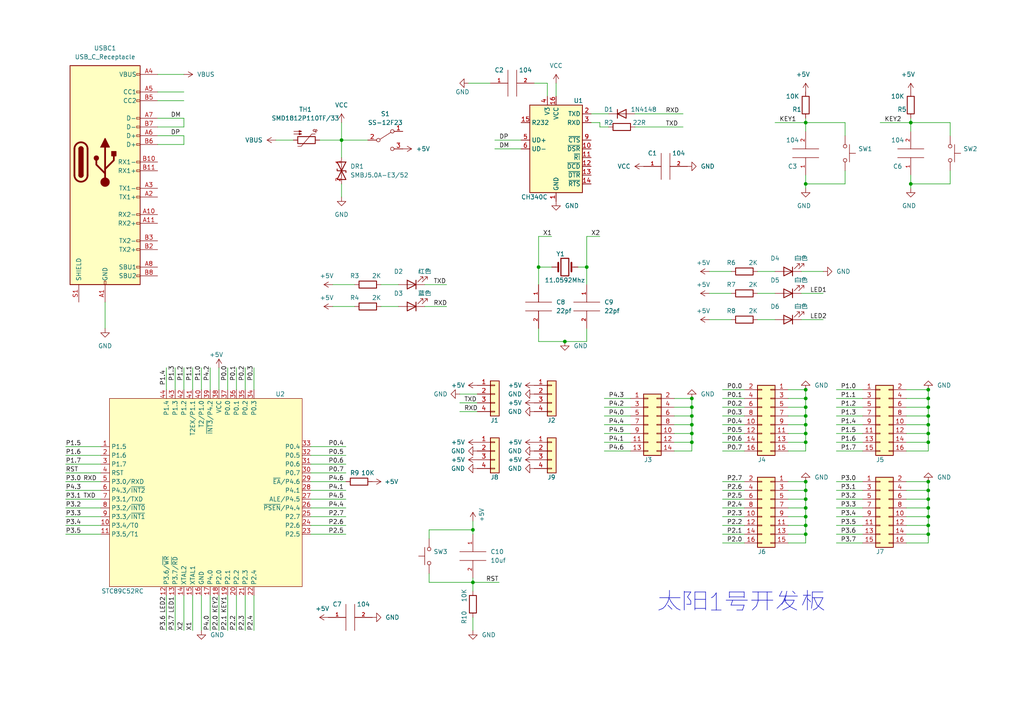
<source format=kicad_sch>
(kicad_sch (version 20211123) (generator eeschema)
  (paper "A4")
  (lib_symbols
    (symbol "Connector:USB_C_Receptacle" (pin_names (offset 1.016))
      (property "Reference" "J" (at -10.16 29.21 0))
      (property "Value" "USB_C_Receptacle" (at 10.16 29.21 0))
      (symbol "USB_C_Receptacle_1_1"
        (pin passive line (at 0 -40.64 90) (length 5.08) (name "GND") (number "A1"))
        (pin bidirectional line (at 15.24 -15.24 180) (length 5.08) (name "RX2-") (number "A10"))
        (pin bidirectional line (at 15.24 -17.78 180) (length 5.08) (name "RX2+") (number "A11"))
        (pin passive line (at 0 -40.64 90) (length 5.08) hide (name "GND") (number "A12"))
        (pin bidirectional line (at 15.24 -10.16 180) (length 5.08) (name "TX1+") (number "A2"))
        (pin bidirectional line (at 15.24 -7.62 180) (length 5.08) (name "TX1-") (number "A3"))
        (pin passive line (at 15.24 25.4 180) (length 5.08) (name "VBUS") (number "A4"))
        (pin bidirectional line (at 15.24 20.32 180) (length 5.08) (name "CC1") (number "A5"))
        (pin bidirectional line (at 15.24 7.62 180) (length 5.08) (name "D+") (number "A6"))
        (pin bidirectional line (at 15.24 12.7 180) (length 5.08) (name "D-") (number "A7"))
        (pin bidirectional line (at 15.24 -30.48 180) (length 5.08) (name "SBU1") (number "A8"))
        (pin passive line (at 15.24 25.4 180) (length 5.08) hide (name "VBUS") (number "A9"))
        (pin passive line (at 0 -40.64 90) (length 5.08) hide (name "GND") (number "B1"))
        (pin bidirectional line (at 15.24 0 180) (length 5.08) (name "RX1-") (number "B10"))
        (pin bidirectional line (at 15.24 -2.54 180) (length 5.08) (name "RX1+") (number "B11"))
        (pin passive line (at 0 -40.64 90) (length 5.08) hide (name "GND") (number "B12"))
        (pin bidirectional line (at 15.24 -25.4 180) (length 5.08) (name "TX2+") (number "B2"))
        (pin bidirectional line (at 15.24 -22.86 180) (length 5.08) (name "TX2-") (number "B3"))
        (pin passive line (at 15.24 25.4 180) (length 5.08) hide (name "VBUS") (number "B4"))
        (pin bidirectional line (at 15.24 17.78 180) (length 5.08) (name "CC2") (number "B5"))
        (pin bidirectional line (at 15.24 5.08 180) (length 5.08) (name "D+") (number "B6"))
        (pin bidirectional line (at 15.24 10.16 180) (length 5.08) (name "D-") (number "B7"))
        (pin bidirectional line (at 15.24 -33.02 180) (length 5.08) (name "SBU2") (number "B8"))
        (pin passive line (at 15.24 25.4 180) (length 5.08) hide (name "VBUS") (number "B9"))
        (pin passive line (at -7.62 -40.64 90) (length 5.08) (name "SHIELD") (number "S1"))
      )
    )
    (symbol "Connector_Generic:Conn_01x04" (pin_names (offset 1.016) hide)
      (property "Reference" "J" (at 0 5.08 0))
      (property "Value" "Conn_01x04" (at 0 -7.62 0))
      (symbol "Conn_01x04_1_1"
        (pin passive line (at -5.08 2.54 0) (length 3.81) (name "Pin_1") (number "1"))
        (pin passive line (at -5.08 0 0) (length 3.81) (name "Pin_2") (number "2"))
        (pin passive line (at -5.08 -2.54 0) (length 3.81) (name "Pin_3") (number "3"))
        (pin passive line (at -5.08 -5.08 0) (length 3.81) (name "Pin_4") (number "4"))
      )
    )
    (symbol "Connector_Generic:Conn_02x07_Odd_Even" (pin_names (offset 1.016) hide)
      (property "Reference" "J" (at 1.27 10.16 0))
      (property "Value" "Conn_02x07_Odd_Even" (at 1.27 -10.16 0))
      (symbol "Conn_02x07_Odd_Even_1_1"
        (pin passive line (at -5.08 7.62 0) (length 3.81) (name "Pin_1") (number "1"))
        (pin passive line (at 7.62 -2.54 180) (length 3.81) (name "Pin_10") (number "10"))
        (pin passive line (at -5.08 -5.08 0) (length 3.81) (name "Pin_11") (number "11"))
        (pin passive line (at 7.62 -5.08 180) (length 3.81) (name "Pin_12") (number "12"))
        (pin passive line (at -5.08 -7.62 0) (length 3.81) (name "Pin_13") (number "13"))
        (pin passive line (at 7.62 -7.62 180) (length 3.81) (name "Pin_14") (number "14"))
        (pin passive line (at 7.62 7.62 180) (length 3.81) (name "Pin_2") (number "2"))
        (pin passive line (at -5.08 5.08 0) (length 3.81) (name "Pin_3") (number "3"))
        (pin passive line (at 7.62 5.08 180) (length 3.81) (name "Pin_4") (number "4"))
        (pin passive line (at -5.08 2.54 0) (length 3.81) (name "Pin_5") (number "5"))
        (pin passive line (at 7.62 2.54 180) (length 3.81) (name "Pin_6") (number "6"))
        (pin passive line (at -5.08 0 0) (length 3.81) (name "Pin_7") (number "7"))
        (pin passive line (at 7.62 0 180) (length 3.81) (name "Pin_8") (number "8"))
        (pin passive line (at -5.08 -2.54 0) (length 3.81) (name "Pin_9") (number "9"))
      )
    )
    (symbol "Connector_Generic:Conn_02x08_Odd_Even" (pin_names (offset 1.016) hide)
      (property "Reference" "J" (at 1.27 10.16 0))
      (property "Value" "Conn_02x08_Odd_Even" (at 1.27 -12.7 0))
      (symbol "Conn_02x08_Odd_Even_1_1"
        (pin passive line (at -5.08 7.62 0) (length 3.81) (name "Pin_1") (number "1"))
        (pin passive line (at 7.62 -2.54 180) (length 3.81) (name "Pin_10") (number "10"))
        (pin passive line (at -5.08 -5.08 0) (length 3.81) (name "Pin_11") (number "11"))
        (pin passive line (at 7.62 -5.08 180) (length 3.81) (name "Pin_12") (number "12"))
        (pin passive line (at -5.08 -7.62 0) (length 3.81) (name "Pin_13") (number "13"))
        (pin passive line (at 7.62 -7.62 180) (length 3.81) (name "Pin_14") (number "14"))
        (pin passive line (at -5.08 -10.16 0) (length 3.81) (name "Pin_15") (number "15"))
        (pin passive line (at 7.62 -10.16 180) (length 3.81) (name "Pin_16") (number "16"))
        (pin passive line (at 7.62 7.62 180) (length 3.81) (name "Pin_2") (number "2"))
        (pin passive line (at -5.08 5.08 0) (length 3.81) (name "Pin_3") (number "3"))
        (pin passive line (at 7.62 5.08 180) (length 3.81) (name "Pin_4") (number "4"))
        (pin passive line (at -5.08 2.54 0) (length 3.81) (name "Pin_5") (number "5"))
        (pin passive line (at 7.62 2.54 180) (length 3.81) (name "Pin_6") (number "6"))
        (pin passive line (at -5.08 0 0) (length 3.81) (name "Pin_7") (number "7"))
        (pin passive line (at 7.62 0 180) (length 3.81) (name "Pin_8") (number "8"))
        (pin passive line (at -5.08 -2.54 0) (length 3.81) (name "Pin_9") (number "9"))
      )
    )
    (symbol "Device:Crystal" (pin_numbers hide) (pin_names (offset 1.016) hide)
      (property "Reference" "Y" (at 0 3.81 0))
      (property "Value" "Crystal" (at 0 -3.81 0))
      (symbol "Crystal_1_1"
        (pin passive line (at -3.81 0 0) (length 1.27) (name "1") (number "1"))
        (pin passive line (at 3.81 0 180) (length 1.27) (name "2") (number "2"))
      )
    )
    (symbol "Device:D_TVS" (pin_names (offset 1.016) hide)
      (property "Reference" "D" (at 0 2.54 0))
      (property "Value" "D_TVS" (at 0 -2.54 0))
      (symbol "D_TVS_1_1"
        (pin passive line (at -3.81 0 0) (length 2.54) (name "A1") (number "1"))
        (pin passive line (at 3.81 0 180) (length 2.54) (name "A2") (number "2"))
      )
    )
    (symbol "Device:LED" (pin_numbers hide) (pin_names (offset 1.016) hide)
      (property "Reference" "D" (at 0 2.54 0))
      (property "Value" "LED" (at 0 -2.54 0))
      (symbol "LED_1_1"
        (pin passive line (at -3.81 0 0) (length 2.54) (name "K") (number "1"))
        (pin passive line (at 3.81 0 180) (length 2.54) (name "A") (number "2"))
      )
    )
    (symbol "Device:R" (pin_numbers hide) (pin_names (offset 0))
      (property "Reference" "R" (at 2.032 0 90))
      (property "Value" "R" (at 0 0 90))
      (symbol "R_1_1"
        (pin passive line (at 0 3.81 270) (length 1.27) (name "~") (number "1"))
        (pin passive line (at 0 -3.81 90) (length 1.27) (name "~") (number "2"))
      )
    )
    (symbol "Device:Thermistor_PTC" (pin_numbers hide) (pin_names (offset 0))
      (property "Reference" "TH" (at -4.064 0 90))
      (property "Value" "Thermistor_PTC" (at 3.048 0 90))
      (symbol "Thermistor_PTC_1_1"
        (pin passive line (at 0 3.81 270) (length 1.27) (name "~") (number "1"))
        (pin passive line (at 0 -3.81 90) (length 1.27) (name "~") (number "2"))
      )
    )
    (symbol "Diode:1N4148" (pin_numbers hide) (pin_names (offset 1.016) hide)
      (property "Reference" "D" (at 0 2.54 0))
      (property "Value" "1N4148" (at 0 -2.54 0))
      (symbol "1N4148_1_1"
        (pin passive line (at -3.81 0 0) (length 2.54) (name "K") (number "1"))
        (pin passive line (at 3.81 0 180) (length 2.54) (name "A") (number "2"))
      )
    )
    (symbol "Interface_USB:CH340C"
      (property "Reference" "U" (at -5.08 13.97 0))
      (property "Value" "CH340C" (at 1.27 13.97 0))
      (symbol "CH340C_1_1"
        (pin power_in line (at 0 -15.24 90) (length 2.54) (name "GND") (number "1"))
        (pin input line (at 10.16 0 180) (length 2.54) (name "~{DSR}") (number "10"))
        (pin input line (at 10.16 -2.54 180) (length 2.54) (name "~{RI}") (number "11"))
        (pin input line (at 10.16 -5.08 180) (length 2.54) (name "~{DCD}") (number "12"))
        (pin output line (at 10.16 -7.62 180) (length 2.54) (name "~{DTR}") (number "13"))
        (pin output line (at 10.16 -10.16 180) (length 2.54) (name "~{RTS}") (number "14"))
        (pin input line (at -10.16 7.62 0) (length 2.54) (name "R232") (number "15"))
        (pin power_in line (at 0 15.24 270) (length 2.54) (name "VCC") (number "16"))
        (pin output line (at 10.16 10.16 180) (length 2.54) (name "TXD") (number "2"))
        (pin input line (at 10.16 7.62 180) (length 2.54) (name "RXD") (number "3"))
        (pin passive line (at -2.54 15.24 270) (length 2.54) (name "V3") (number "4"))
        (pin bidirectional line (at -10.16 2.54 0) (length 2.54) (name "UD+") (number "5"))
        (pin bidirectional line (at -10.16 0 0) (length 2.54) (name "UD-") (number "6"))
        (pin no_connect line (at -7.62 -7.62 0) (length 2.54) hide (name "NC") (number "7"))
        (pin no_connect line (at -7.62 -10.16 0) (length 2.54) hide (name "NC") (number "8"))
        (pin input line (at 10.16 2.54 180) (length 2.54) (name "~{CTS}") (number "9"))
      )
    )
    (symbol "MCU_STC:STC89C52RC"
      (property "Reference" "U2" (at 21.59 29.21 0))
      (property "Value" "STC89C52RC" (at -24.13 -27.94 0))
      (symbol "STC89C52RC_1_1"
        (pin bidirectional line (at -30.48 13.97 0) (length 2.54) (name "P1.5") (number "1"))
        (pin bidirectional line (at -30.48 -8.89 0) (length 2.54) (name "P3.4/T0") (number "10"))
        (pin bidirectional line (at -30.48 -11.43 0) (length 2.54) (name "P3.5/T1") (number "11"))
        (pin bidirectional line (at -11.43 -29.21 90) (length 2.54) (name "P3.6/~{WR}") (number "12"))
        (pin bidirectional line (at -8.89 -29.21 90) (length 2.54) (name "P3.7/~{RD}") (number "13"))
        (pin bidirectional line (at -6.35 -29.21 90) (length 2.54) (name "XTAL2") (number "14"))
        (pin bidirectional line (at -3.81 -29.21 90) (length 2.54) (name "XTAL1") (number "15"))
        (pin bidirectional line (at -1.27 -29.21 90) (length 2.54) (name "GND") (number "16"))
        (pin bidirectional line (at 1.27 -29.21 90) (length 2.54) (name "P4.0") (number "17"))
        (pin bidirectional line (at 3.81 -29.21 90) (length 2.54) (name "P2.0") (number "18"))
        (pin bidirectional line (at 6.35 -29.21 90) (length 2.54) (name "P2.1") (number "19"))
        (pin bidirectional line (at -30.48 11.43 0) (length 2.54) (name "P1.6") (number "2"))
        (pin bidirectional line (at 8.89 -29.21 90) (length 2.54) (name "P2.2") (number "20"))
        (pin bidirectional line (at 11.43 -29.21 90) (length 2.54) (name "P2.3") (number "21"))
        (pin bidirectional line (at 13.97 -29.21 90) (length 2.54) (name "P2.4") (number "22"))
        (pin bidirectional line (at 30.48 -11.43 180) (length 2.54) (name "P2.5") (number "23"))
        (pin bidirectional line (at 30.48 -8.89 180) (length 2.54) (name "P2.6") (number "24"))
        (pin bidirectional line (at 30.48 -6.35 180) (length 2.54) (name "P2.7") (number "25"))
        (pin bidirectional line (at 30.48 -3.81 180) (length 2.54) (name "~{PSEN}/P4.4") (number "26"))
        (pin bidirectional line (at 30.48 -1.27 180) (length 2.54) (name "ALE/P4.5") (number "27"))
        (pin bidirectional line (at 30.48 1.27 180) (length 2.54) (name "P4.1") (number "28"))
        (pin bidirectional line (at 30.48 3.81 180) (length 2.54) (name "~{EA}/P4.6") (number "29"))
        (pin bidirectional line (at -30.48 8.89 0) (length 2.54) (name "P1.7") (number "3"))
        (pin bidirectional line (at 30.48 6.35 180) (length 2.54) (name "P0.7") (number "30"))
        (pin bidirectional line (at 30.48 8.89 180) (length 2.54) (name "P0.6") (number "31"))
        (pin bidirectional line (at 30.48 11.43 180) (length 2.54) (name "P0.5") (number "32"))
        (pin bidirectional line (at 30.48 13.97 180) (length 2.54) (name "P0.4") (number "33"))
        (pin bidirectional line (at 13.97 30.48 270) (length 2.54) (name "P0.3") (number "34"))
        (pin bidirectional line (at 11.43 30.48 270) (length 2.54) (name "P0.2") (number "35"))
        (pin bidirectional line (at 8.89 30.48 270) (length 2.54) (name "P0.1") (number "36"))
        (pin bidirectional line (at 6.35 30.48 270) (length 2.54) (name "P0.0") (number "37"))
        (pin bidirectional line (at 3.81 30.48 270) (length 2.54) (name "VCC") (number "38"))
        (pin bidirectional line (at 1.27 30.48 270) (length 2.54) (name "~{INT3}/P4.2") (number "39"))
        (pin bidirectional line (at -30.48 6.35 0) (length 2.54) (name "RST") (number "4"))
        (pin bidirectional line (at -1.27 30.48 270) (length 2.54) (name "T2/P1.0") (number "40"))
        (pin bidirectional line (at -3.81 30.48 270) (length 2.54) (name "T2EX/P1.1") (number "41"))
        (pin bidirectional line (at -6.35 30.48 270) (length 2.54) (name "P1.2") (number "42"))
        (pin bidirectional line (at -8.89 30.48 270) (length 2.54) (name "P1.3") (number "43"))
        (pin bidirectional line (at -11.43 30.48 270) (length 2.54) (name "P1.4") (number "44"))
        (pin bidirectional line (at -30.48 3.81 0) (length 2.54) (name "P3.0/RXD") (number "5"))
        (pin bidirectional line (at -30.48 1.27 0) (length 2.54) (name "P4.3/~{INT2}") (number "6"))
        (pin bidirectional line (at -30.48 -1.27 0) (length 2.54) (name "P3.1/TXD") (number "7"))
        (pin bidirectional line (at -30.48 -3.81 0) (length 2.54) (name "P3.2/~{INT0}") (number "8"))
        (pin bidirectional line (at -30.48 -6.35 0) (length 2.54) (name "P3.3/~{INT1}") (number "9"))
      )
    )
    (symbol "Switch:SW_Push" (pin_numbers hide) (pin_names (offset 1.016) hide)
      (property "Reference" "SW" (at 1.27 2.54 0))
      (property "Value" "SW_Push" (at 0 -1.524 0))
      (symbol "SW_Push_0_1"
        (pin passive line (at -5.08 0 0) (length 2.54) (name "1") (number "1"))
        (pin passive line (at 5.08 0 180) (length 2.54) (name "2") (number "2"))
      )
    )
    (symbol "Switch:SW_SPDT" (pin_names (offset 0) hide)
      (property "Reference" "SW" (at 0 4.318 0))
      (property "Value" "SW_SPDT" (at 0 -5.08 0))
      (symbol "SW_SPDT_1_1"
        (pin passive line (at 5.08 2.54 180) (length 2.54) (name "A") (number "1"))
        (pin passive line (at -5.08 0 0) (length 2.54) (name "B") (number "2"))
        (pin passive line (at 5.08 -2.54 180) (length 2.54) (name "C") (number "3"))
      )
    )
    (symbol "power:+5V" (power) (pin_names (offset 0))
      (property "Value" "+5V" (at 0 3.556 0))
      (symbol "+5V_1_1"
        (pin power_in line (at 0 0 90) (length 0) hide (name "+5V") (number "1"))
      )
    )
    (symbol "power:GND" (power) (pin_names (offset 0))
      (property "Value" "GND" (at 0 -3.81 0))
      (symbol "GND_1_1"
        (pin power_in line (at 0 0 270) (length 0) hide (name "GND") (number "1"))
      )
    )
    (symbol "power:VBUS" (power) (pin_names (offset 0))
      (property "Value" "VBUS" (at 0 3.81 0))
      (symbol "VBUS_1_1"
        (pin power_in line (at 0 0 90) (length 0) hide (name "VBUS") (number "1"))
      )
    )
    (symbol "power:VCC" (power) (pin_names (offset 0))
      (property "Value" "VCC" (at 0 3.81 0))
      (symbol "VCC_1_1"
        (pin power_in line (at 0 0 90) (length 0) hide (name "VCC") (number "1"))
      )
    )
    (symbol "pspice:C" (pin_names (offset 0.254))
      (property "Reference" "C" (at 2.54 3.81 90))
      (property "Value" "C" (at 2.54 -3.81 90))
      (symbol "C_1_1"
        (pin passive line (at 0 6.35 270) (length 5.08) (name "~") (number "1"))
        (pin passive line (at 0 -6.35 90) (length 5.08) (name "~") (number "2"))
      )
    )
  )
  (junction (at 233.68 123.19))
  (junction (at 200.66 115.57))
  (junction (at 233.68 147.32))
  (junction (at 170.18 77.47))
  (junction (at 269.24 142.24))
  (junction (at 156.21 77.47))
  (junction (at 200.66 125.73))
  (junction (at 269.24 113.03))
  (junction (at 233.68 128.27))
  (junction (at 233.68 53.34))
  (junction (at 269.24 154.94))
  (junction (at 233.68 144.78))
  (junction (at 269.24 144.78))
  (junction (at 269.24 123.19))
  (junction (at 233.68 154.94))
  (junction (at 264.16 53.34))
  (junction (at 99.06 40.64))
  (junction (at 233.68 149.86))
  (junction (at 233.68 120.65))
  (junction (at 233.68 125.73))
  (junction (at 163.83 99.06))
  (junction (at 137.16 168.91))
  (junction (at 269.24 128.27))
  (junction (at 233.68 35.56))
  (junction (at 264.16 35.56))
  (junction (at 233.68 113.03))
  (junction (at 200.66 118.11))
  (junction (at 269.24 139.7))
  (junction (at 269.24 152.4))
  (junction (at 233.68 152.4))
  (junction (at 200.66 120.65))
  (junction (at 269.24 149.86))
  (junction (at 269.24 120.65))
  (junction (at 233.68 139.7))
  (junction (at 233.68 115.57))
  (junction (at 137.16 153.67))
  (junction (at 269.24 125.73))
  (junction (at 269.24 147.32))
  (junction (at 269.24 118.11))
  (junction (at 200.66 123.19))
  (junction (at 233.68 118.11))
  (junction (at 269.24 115.57))
  (junction (at 233.68 142.24))
  (junction (at 200.66 128.27))
  (wire (pts (xy 55.88 182.88) (xy 55.88 172.72)))
  (wire (pts (xy 161.29 24.13) (xy 161.29 27.94)))
  (wire (pts (xy 60.96 182.88) (xy 60.96 172.72)))
  (wire (pts (xy 200.66 130.81) (xy 195.58 130.81)))
  (wire (pts (xy 269.24 123.19) (xy 269.24 125.73)))
  (wire (pts (xy 99.06 35.56) (xy 99.06 40.64)))
  (wire (pts (xy 233.68 147.32) (xy 233.68 149.86)))
  (wire (pts (xy 48.26 106.68) (xy 48.26 113.03)))
  (wire (pts (xy 233.68 149.86) (xy 233.68 152.4)))
  (wire (pts (xy 156.21 95.25) (xy 156.21 99.06)))
  (wire (pts (xy 73.66 182.88) (xy 73.66 172.72)))
  (wire (pts (xy 156.21 77.47) (xy 160.02 77.47)))
  (wire (pts (xy 269.24 139.7) (xy 262.89 139.7)))
  (wire (pts (xy 224.79 35.56) (xy 233.68 35.56)))
  (wire (pts (xy 200.66 125.73) (xy 195.58 125.73)))
  (wire (pts (xy 170.18 99.06) (xy 170.18 95.25)))
  (wire (pts (xy 242.57 120.65) (xy 250.19 120.65)))
  (wire (pts (xy 269.24 144.78) (xy 269.24 147.32)))
  (wire (pts (xy 233.68 157.48) (xy 228.6 157.48)))
  (wire (pts (xy 200.66 128.27) (xy 200.66 130.81)))
  (wire (pts (xy 200.66 128.27) (xy 195.58 128.27)))
  (wire (pts (xy 242.57 142.24) (xy 250.19 142.24)))
  (wire (pts (xy 60.96 106.68) (xy 60.96 113.03)))
  (wire (pts (xy 53.34 39.37) (xy 53.34 41.91)))
  (wire (pts (xy 175.26 130.81) (xy 182.88 130.81)))
  (wire (pts (xy 170.18 77.47) (xy 170.18 68.58)))
  (wire (pts (xy 233.68 53.34) (xy 233.68 54.61)))
  (wire (pts (xy 45.72 29.21) (xy 53.34 29.21)))
  (wire (pts (xy 50.8 106.68) (xy 50.8 113.03)))
  (wire (pts (xy 209.55 149.86) (xy 215.9 149.86)))
  (wire (pts (xy 242.57 123.19) (xy 250.19 123.19)))
  (wire (pts (xy 233.68 149.86) (xy 228.6 149.86)))
  (wire (pts (xy 209.55 130.81) (xy 215.9 130.81)))
  (wire (pts (xy 275.59 39.37) (xy 275.59 35.56)))
  (wire (pts (xy 242.57 157.48) (xy 250.19 157.48)))
  (wire (pts (xy 156.21 77.47) (xy 156.21 68.58)))
  (wire (pts (xy 269.24 147.32) (xy 262.89 147.32)))
  (wire (pts (xy 156.21 68.58) (xy 160.02 68.58)))
  (wire (pts (xy 269.24 142.24) (xy 262.89 142.24)))
  (wire (pts (xy 100.33 147.32) (xy 90.17 147.32)))
  (wire (pts (xy 200.66 118.11) (xy 200.66 120.65)))
  (wire (pts (xy 30.48 95.25) (xy 30.48 87.63)))
  (wire (pts (xy 45.72 21.59) (xy 53.34 21.59)))
  (wire (pts (xy 48.26 182.88) (xy 48.26 172.72)))
  (wire (pts (xy 205.74 85.09) (xy 212.09 85.09)))
  (wire (pts (xy 124.46 166.37) (xy 124.46 168.91)))
  (wire (pts (xy 269.24 147.32) (xy 269.24 149.86)))
  (wire (pts (xy 233.68 144.78) (xy 228.6 144.78)))
  (wire (pts (xy 269.24 118.11) (xy 269.24 120.65)))
  (wire (pts (xy 135.89 24.13) (xy 142.24 24.13)))
  (wire (pts (xy 200.66 115.57) (xy 195.58 115.57)))
  (wire (pts (xy 200.66 123.19) (xy 200.66 125.73)))
  (wire (pts (xy 269.24 118.11) (xy 262.89 118.11)))
  (wire (pts (xy 264.16 34.29) (xy 264.16 35.56)))
  (wire (pts (xy 209.55 152.4) (xy 215.9 152.4)))
  (wire (pts (xy 200.66 120.65) (xy 195.58 120.65)))
  (wire (pts (xy 175.26 115.57) (xy 182.88 115.57)))
  (wire (pts (xy 242.57 147.32) (xy 250.19 147.32)))
  (wire (pts (xy 269.24 152.4) (xy 262.89 152.4)))
  (wire (pts (xy 233.68 139.7) (xy 233.68 142.24)))
  (wire (pts (xy 232.41 78.74) (xy 238.76 78.74)))
  (wire (pts (xy 264.16 35.56) (xy 264.16 38.1)))
  (wire (pts (xy 209.55 118.11) (xy 215.9 118.11)))
  (wire (pts (xy 100.33 132.08) (xy 90.17 132.08)))
  (wire (pts (xy 123.19 82.55) (xy 129.54 82.55)))
  (wire (pts (xy 233.68 120.65) (xy 233.68 123.19)))
  (wire (pts (xy 269.24 113.03) (xy 269.24 115.57)))
  (wire (pts (xy 58.42 182.88) (xy 58.42 172.72)))
  (wire (pts (xy 45.72 41.91) (xy 53.34 41.91)))
  (wire (pts (xy 173.99 35.56) (xy 173.99 36.83)))
  (wire (pts (xy 175.26 123.19) (xy 182.88 123.19)))
  (wire (pts (xy 242.57 154.94) (xy 250.19 154.94)))
  (wire (pts (xy 219.71 78.74) (xy 224.79 78.74)))
  (wire (pts (xy 269.24 144.78) (xy 262.89 144.78)))
  (wire (pts (xy 171.45 35.56) (xy 173.99 35.56)))
  (wire (pts (xy 19.05 149.86) (xy 29.21 149.86)))
  (wire (pts (xy 19.05 154.94) (xy 29.21 154.94)))
  (wire (pts (xy 133.35 116.84) (xy 138.43 116.84)))
  (wire (pts (xy 233.68 152.4) (xy 228.6 152.4)))
  (wire (pts (xy 45.72 34.29) (xy 53.34 34.29)))
  (wire (pts (xy 242.57 144.78) (xy 250.19 144.78)))
  (wire (pts (xy 124.46 153.67) (xy 137.16 153.67)))
  (wire (pts (xy 209.55 123.19) (xy 215.9 123.19)))
  (wire (pts (xy 19.05 139.7) (xy 29.21 139.7)))
  (wire (pts (xy 170.18 77.47) (xy 170.18 82.55)))
  (wire (pts (xy 63.5 182.88) (xy 63.5 172.72)))
  (wire (pts (xy 184.15 36.83) (xy 198.12 36.83)))
  (wire (pts (xy 137.16 151.13) (xy 137.16 153.67)))
  (wire (pts (xy 233.68 113.03) (xy 228.6 113.03)))
  (wire (pts (xy 124.46 168.91) (xy 137.16 168.91)))
  (wire (pts (xy 124.46 156.21) (xy 124.46 153.67)))
  (wire (pts (xy 137.16 167.64) (xy 137.16 168.91)))
  (wire (pts (xy 219.71 92.71) (xy 224.79 92.71)))
  (wire (pts (xy 92.71 40.64) (xy 99.06 40.64)))
  (wire (pts (xy 245.11 35.56) (xy 233.68 35.56)))
  (wire (pts (xy 209.55 125.73) (xy 215.9 125.73)))
  (wire (pts (xy 200.66 125.73) (xy 200.66 128.27)))
  (wire (pts (xy 232.41 92.71) (xy 238.76 92.71)))
  (wire (pts (xy 19.05 132.08) (xy 29.21 132.08)))
  (wire (pts (xy 233.68 154.94) (xy 233.68 157.48)))
  (wire (pts (xy 233.68 154.94) (xy 228.6 154.94)))
  (wire (pts (xy 173.99 36.83) (xy 176.53 36.83)))
  (wire (pts (xy 156.21 99.06) (xy 163.83 99.06)))
  (wire (pts (xy 233.68 147.32) (xy 228.6 147.32)))
  (wire (pts (xy 233.68 142.24) (xy 233.68 144.78)))
  (wire (pts (xy 137.16 168.91) (xy 137.16 171.45)))
  (wire (pts (xy 53.34 182.88) (xy 53.34 172.72)))
  (wire (pts (xy 19.05 137.16) (xy 29.21 137.16)))
  (wire (pts (xy 19.05 134.62) (xy 29.21 134.62)))
  (wire (pts (xy 233.68 35.56) (xy 233.68 38.1)))
  (wire (pts (xy 19.05 152.4) (xy 29.21 152.4)))
  (wire (pts (xy 233.68 34.29) (xy 233.68 35.56)))
  (wire (pts (xy 245.11 53.34) (xy 233.68 53.34)))
  (wire (pts (xy 242.57 113.03) (xy 250.19 113.03)))
  (wire (pts (xy 233.68 118.11) (xy 228.6 118.11)))
  (wire (pts (xy 269.24 152.4) (xy 269.24 154.94)))
  (wire (pts (xy 66.04 106.68) (xy 66.04 113.03)))
  (wire (pts (xy 264.16 50.8) (xy 264.16 53.34)))
  (wire (pts (xy 269.24 157.48) (xy 262.89 157.48)))
  (wire (pts (xy 200.66 118.11) (xy 195.58 118.11)))
  (wire (pts (xy 219.71 85.09) (xy 224.79 85.09)))
  (wire (pts (xy 175.26 125.73) (xy 182.88 125.73)))
  (wire (pts (xy 133.35 114.3) (xy 138.43 114.3)))
  (wire (pts (xy 100.33 137.16) (xy 90.17 137.16)))
  (wire (pts (xy 96.52 88.9) (xy 102.87 88.9)))
  (wire (pts (xy 137.16 168.91) (xy 144.78 168.91)))
  (wire (pts (xy 53.34 34.29) (xy 53.34 36.83)))
  (wire (pts (xy 71.12 182.88) (xy 71.12 172.72)))
  (wire (pts (xy 269.24 154.94) (xy 262.89 154.94)))
  (wire (pts (xy 269.24 139.7) (xy 269.24 142.24)))
  (wire (pts (xy 154.94 24.13) (xy 158.75 24.13)))
  (wire (pts (xy 209.55 144.78) (xy 215.9 144.78)))
  (wire (pts (xy 175.26 118.11) (xy 182.88 118.11)))
  (wire (pts (xy 233.68 50.8) (xy 233.68 53.34)))
  (wire (pts (xy 53.34 106.68) (xy 53.34 113.03)))
  (wire (pts (xy 100.33 149.86) (xy 90.17 149.86)))
  (wire (pts (xy 209.55 139.7) (xy 215.9 139.7)))
  (wire (pts (xy 175.26 128.27) (xy 182.88 128.27)))
  (wire (pts (xy 200.66 115.57) (xy 200.66 118.11)))
  (wire (pts (xy 269.24 128.27) (xy 262.89 128.27)))
  (wire (pts (xy 73.66 106.68) (xy 73.66 113.03)))
  (wire (pts (xy 100.33 152.4) (xy 90.17 152.4)))
  (wire (pts (xy 209.55 157.48) (xy 215.9 157.48)))
  (wire (pts (xy 209.55 113.03) (xy 215.9 113.03)))
  (wire (pts (xy 45.72 39.37) (xy 53.34 39.37)))
  (wire (pts (xy 275.59 53.34) (xy 264.16 53.34)))
  (wire (pts (xy 19.05 144.78) (xy 29.21 144.78)))
  (wire (pts (xy 233.68 128.27) (xy 233.68 130.81)))
  (wire (pts (xy 156.21 82.55) (xy 156.21 77.47)))
  (wire (pts (xy 58.42 106.68) (xy 58.42 113.03)))
  (wire (pts (xy 158.75 24.13) (xy 158.75 27.94)))
  (wire (pts (xy 171.45 33.02) (xy 176.53 33.02)))
  (wire (pts (xy 19.05 147.32) (xy 29.21 147.32)))
  (wire (pts (xy 269.24 115.57) (xy 262.89 115.57)))
  (wire (pts (xy 233.68 120.65) (xy 228.6 120.65)))
  (wire (pts (xy 133.35 119.38) (xy 138.43 119.38)))
  (wire (pts (xy 205.74 78.74) (xy 212.09 78.74)))
  (wire (pts (xy 45.72 36.83) (xy 53.34 36.83)))
  (wire (pts (xy 269.24 123.19) (xy 262.89 123.19)))
  (wire (pts (xy 45.72 26.67) (xy 53.34 26.67)))
  (wire (pts (xy 63.5 106.68) (xy 63.5 113.03)))
  (wire (pts (xy 100.33 144.78) (xy 90.17 144.78)))
  (wire (pts (xy 184.15 33.02) (xy 198.12 33.02)))
  (wire (pts (xy 269.24 120.65) (xy 269.24 123.19)))
  (wire (pts (xy 163.83 99.06) (xy 170.18 99.06)))
  (wire (pts (xy 245.11 39.37) (xy 245.11 35.56)))
  (wire (pts (xy 233.68 130.81) (xy 228.6 130.81)))
  (wire (pts (xy 233.68 128.27) (xy 228.6 128.27)))
  (wire (pts (xy 200.66 120.65) (xy 200.66 123.19)))
  (wire (pts (xy 68.58 182.88) (xy 68.58 172.72)))
  (wire (pts (xy 137.16 153.67) (xy 137.16 154.94)))
  (wire (pts (xy 209.55 128.27) (xy 215.9 128.27)))
  (wire (pts (xy 99.06 40.64) (xy 99.06 45.72)))
  (wire (pts (xy 96.52 82.55) (xy 102.87 82.55)))
  (wire (pts (xy 242.57 130.81) (xy 250.19 130.81)))
  (wire (pts (xy 71.12 106.68) (xy 71.12 113.03)))
  (wire (pts (xy 209.55 142.24) (xy 215.9 142.24)))
  (wire (pts (xy 242.57 152.4) (xy 250.19 152.4)))
  (wire (pts (xy 242.57 125.73) (xy 250.19 125.73)))
  (wire (pts (xy 100.33 129.54) (xy 90.17 129.54)))
  (wire (pts (xy 99.06 53.34) (xy 99.06 57.15)))
  (wire (pts (xy 167.64 77.47) (xy 170.18 77.47)))
  (wire (pts (xy 255.27 35.56) (xy 264.16 35.56)))
  (wire (pts (xy 233.68 144.78) (xy 233.68 147.32)))
  (wire (pts (xy 242.57 139.7) (xy 250.19 139.7)))
  (wire (pts (xy 19.05 129.54) (xy 29.21 129.54)))
  (wire (pts (xy 245.11 49.53) (xy 245.11 53.34)))
  (wire (pts (xy 100.33 134.62) (xy 90.17 134.62)))
  (wire (pts (xy 269.24 149.86) (xy 269.24 152.4)))
  (wire (pts (xy 233.68 125.73) (xy 233.68 128.27)))
  (wire (pts (xy 269.24 142.24) (xy 269.24 144.78)))
  (wire (pts (xy 55.88 106.68) (xy 55.88 113.03)))
  (wire (pts (xy 100.33 139.7) (xy 90.17 139.7)))
  (wire (pts (xy 269.24 128.27) (xy 269.24 130.81)))
  (wire (pts (xy 233.68 123.19) (xy 233.68 125.73)))
  (wire (pts (xy 233.68 152.4) (xy 233.68 154.94)))
  (wire (pts (xy 232.41 85.09) (xy 238.76 85.09)))
  (wire (pts (xy 269.24 113.03) (xy 262.89 113.03)))
  (wire (pts (xy 200.66 123.19) (xy 195.58 123.19)))
  (wire (pts (xy 143.51 43.18) (xy 151.13 43.18)))
  (wire (pts (xy 233.68 115.57) (xy 228.6 115.57)))
  (wire (pts (xy 209.55 115.57) (xy 215.9 115.57)))
  (wire (pts (xy 233.68 125.73) (xy 228.6 125.73)))
  (wire (pts (xy 100.33 142.24) (xy 90.17 142.24)))
  (wire (pts (xy 209.55 154.94) (xy 215.9 154.94)))
  (wire (pts (xy 66.04 182.88) (xy 66.04 172.72)))
  (wire (pts (xy 242.57 128.27) (xy 250.19 128.27)))
  (wire (pts (xy 170.18 68.58) (xy 173.99 68.58)))
  (wire (pts (xy 99.06 40.64) (xy 106.68 40.64)))
  (wire (pts (xy 205.74 92.71) (xy 212.09 92.71)))
  (wire (pts (xy 123.19 88.9) (xy 129.54 88.9)))
  (wire (pts (xy 233.68 123.19) (xy 228.6 123.19)))
  (wire (pts (xy 209.55 147.32) (xy 215.9 147.32)))
  (wire (pts (xy 100.33 154.94) (xy 90.17 154.94)))
  (wire (pts (xy 269.24 120.65) (xy 262.89 120.65)))
  (wire (pts (xy 269.24 115.57) (xy 269.24 118.11)))
  (wire (pts (xy 233.68 113.03) (xy 233.68 115.57)))
  (wire (pts (xy 269.24 125.73) (xy 269.24 128.27)))
  (wire (pts (xy 264.16 53.34) (xy 264.16 54.61)))
  (wire (pts (xy 242.57 149.86) (xy 250.19 149.86)))
  (wire (pts (xy 269.24 125.73) (xy 262.89 125.73)))
  (wire (pts (xy 19.05 142.24) (xy 29.21 142.24)))
  (wire (pts (xy 233.68 139.7) (xy 228.6 139.7)))
  (wire (pts (xy 275.59 35.56) (xy 264.16 35.56)))
  (wire (pts (xy 242.57 118.11) (xy 250.19 118.11)))
  (wire (pts (xy 80.01 40.64) (xy 85.09 40.64)))
  (wire (pts (xy 209.55 120.65) (xy 215.9 120.65)))
  (wire (pts (xy 269.24 130.81) (xy 262.89 130.81)))
  (wire (pts (xy 233.68 115.57) (xy 233.68 118.11)))
  (wire (pts (xy 269.24 149.86) (xy 262.89 149.86)))
  (wire (pts (xy 233.68 118.11) (xy 233.68 120.65)))
  (wire (pts (xy 50.8 182.88) (xy 50.8 172.72)))
  (wire (pts (xy 175.26 120.65) (xy 182.88 120.65)))
  (wire (pts (xy 275.59 49.53) (xy 275.59 53.34)))
  (wire (pts (xy 68.58 106.68) (xy 68.58 113.03)))
  (wire (pts (xy 269.24 154.94) (xy 269.24 157.48)))
  (wire (pts (xy 110.49 88.9) (xy 115.57 88.9)))
  (wire (pts (xy 242.57 115.57) (xy 250.19 115.57)))
  (wire (pts (xy 137.16 179.07) (xy 137.16 182.88)))
  (wire (pts (xy 110.49 82.55) (xy 115.57 82.55)))
  (wire (pts (xy 233.68 142.24) (xy 228.6 142.24)))
  (wire (pts (xy 143.51 40.64) (xy 151.13 40.64)))
  (text "太阳1号开发板" (at 190.5 177.8 0) (effects (font (size 5 5)) (justify left bottom)))
  (label "P1.1" (at 243.84 115.57 0))
  (label "RXD" (at 125.73 88.9 0))
  (label "P2.5" (at 210.82 144.78 0))
  (label "P1.0" (at 243.84 113.03 0))
  (label "P3.1" (at 243.84 142.24 0))
  (label "P0.6" (at 95.25 134.62 0))
  (label "RXD" (at 24.13 139.7 0))
  (label "LED2" (at 48.26 177.8 90))
  (label "P2.4" (at 73.66 182.88 90))
  (label "P0.7" (at 95.25 137.16 0))
  (label "KEY2" (at 63.5 177.8 90))
  (label "P3.2" (at 243.84 144.78 0))
  (label "P3.3" (at 243.84 147.32 0))
  (label "P3.5" (at 243.84 152.4 0))
  (label "P2.6" (at 95.25 152.4 0))
  (label "P4.3" (at 19.05 142.24 0))
  (label "P1.7" (at 19.05 134.62 0))
  (label "LED1" (at 234.95 85.09 0))
  (label "P1.7" (at 243.84 130.81 0))
  (label "RXD" (at 193.04 33.02 0))
  (label "P4.6" (at 176.53 130.81 0))
  (label "P2.1" (at 210.82 154.94 0))
  (label "P0.0" (at 66.04 110.49 90))
  (label "P1.2" (at 243.84 118.11 0))
  (label "DP" (at 49.53 39.37 0))
  (label "KEY2" (at 256.54 35.56 0))
  (label "P0.3" (at 73.66 110.49 90))
  (label "P3.0" (at 243.84 139.7 0))
  (label "P3.7" (at 243.84 157.48 0))
  (label "P2.0" (at 210.82 157.48 0))
  (label "P0.5" (at 210.82 125.73 0))
  (label "P2.2" (at 210.82 152.4 0))
  (label "P1.5" (at 243.84 125.73 0))
  (label "P0.4" (at 95.25 129.54 0))
  (label "P1.3" (at 243.84 120.65 0))
  (label "P2.4" (at 210.82 147.32 0))
  (label "RST" (at 19.05 137.16 0))
  (label "P1.3" (at 50.8 110.49 90))
  (label "P2.7" (at 95.25 149.86 0))
  (label "P0.6" (at 210.82 128.27 0))
  (label "P1.6" (at 243.84 128.27 0))
  (label "P4.6" (at 95.25 139.7 0))
  (label "P3.2" (at 19.05 147.32 0))
  (label "P0.2" (at 71.12 110.49 90))
  (label "P2.0" (at 63.5 182.88 90))
  (label "TXD" (at 134.62 116.84 0))
  (label "P0.1" (at 68.58 110.49 90))
  (label "P0.3" (at 210.82 120.65 0))
  (label "X2" (at 171.45 68.58 0))
  (label "P2.1" (at 66.04 182.88 90))
  (label "DM" (at 144.78 43.18 0))
  (label "P3.4" (at 19.05 152.4 0))
  (label "P1.4" (at 243.84 123.19 0))
  (label "LED1" (at 50.8 177.8 90))
  (label "RST" (at 140.97 168.91 0))
  (label "TXD" (at 125.73 82.55 0))
  (label "P4.0" (at 60.96 182.88 90))
  (label "P3.6" (at 243.84 154.94 0))
  (label "DM" (at 49.53 34.29 0))
  (label "P2.6" (at 210.82 142.24 0))
  (label "P0.0" (at 210.82 113.03 0))
  (label "X1" (at 55.88 182.88 90))
  (label "P1.6" (at 19.05 132.08 0))
  (label "P2.3" (at 210.82 149.86 0))
  (label "P3.6" (at 48.26 182.88 90))
  (label "P4.4" (at 176.53 123.19 0))
  (label "RXD" (at 134.62 119.38 0))
  (label "P1.5" (at 19.05 129.54 0))
  (label "P2.2" (at 68.58 182.88 90))
  (label "P4.1" (at 95.25 142.24 0))
  (label "TXD" (at 24.13 144.78 0))
  (label "TXD" (at 193.04 36.83 0))
  (label "P0.7" (at 210.82 130.81 0))
  (label "P0.5" (at 95.25 132.08 0))
  (label "LED2" (at 234.95 92.71 0))
  (label "P4.3" (at 176.53 115.57 0))
  (label "X2" (at 53.34 182.88 90))
  (label "P2.5" (at 95.25 154.94 0))
  (label "P4.1" (at 176.53 128.27 0))
  (label "KEY1" (at 66.04 177.8 90))
  (label "P3.5" (at 19.05 154.94 0))
  (label "P0.4" (at 210.82 123.19 0))
  (label "DP" (at 144.78 40.64 0))
  (label "P3.7" (at 50.8 182.88 90))
  (label "P4.0" (at 176.53 120.65 0))
  (label "P1.1" (at 55.88 110.49 90))
  (label "X1" (at 157.48 68.58 0))
  (label "P2.7" (at 210.82 139.7 0))
  (label "P3.3" (at 19.05 149.86 0))
  (label "P4.2" (at 176.53 118.11 0))
  (label "P0.2" (at 210.82 118.11 0))
  (label "P0.1" (at 210.82 115.57 0))
  (label "P3.4" (at 243.84 149.86 0))
  (label "P2.3" (at 71.12 182.88 90))
  (label "P1.0" (at 58.42 110.49 90))
  (label "P4.4" (at 95.25 147.32 0))
  (label "KEY1" (at 226.06 35.56 0))
  (label "P4.2" (at 60.96 110.49 90))
  (label "P1.4" (at 48.26 111.76 90))
  (label "P1.2" (at 53.34 110.49 90))
  (label "P4.5" (at 95.25 144.78 0))
  (label "P3.0" (at 19.05 139.7 0))
  (label "P4.5" (at 176.53 125.73 0))
  (label "P3.1" (at 19.05 144.78 0))
  (symbol (lib_id "power:VCC") (at 161.29 24.13 0) (unit 1)
    (property "Reference" "#PWR0142" (effects hide))
    (property "Value" "VCC" (at 161.29 19.05 0))
  )
  (symbol (lib_id "power:+5V") (at 154.94 128.27 90) (unit 1)
    (property "Reference" "#PWR0129" (effects hide))
    (property "Value" "+5V" (at 147.32 128.27 90) (effects (justify right)))
  )
  (symbol (lib_id "power:GND") (at 269.24 139.7 180) (unit 1)
    (property "Reference" "#PWR0109" (effects hide))
    (property "Value" "GND" (at 271.78 138.4299 0) (effects (justify right)))
  )
  (symbol (lib_id "Diode:1N4148") (at 180.34 33.02 0) (unit 1)
    (property "Reference" "D1" (at 176.53 31.75 0))
    (property "Value" "1N4148" (at 186.69 31.75 0))
    (property "Footprint" "Diode_SMD:D_1206_3216Metric" (effects hide))
    (property "Datasheet" "https://assets.nexperia.com/documents/data-sheet/1N4148_1N4448.pdf" (effects hide))
  )
  (symbol (lib_id "power:GND") (at 154.94 130.81 270) (unit 1)
    (property "Reference" "#PWR0132" (effects hide))
    (property "Value" "GND" (at 147.32 130.81 90) (effects (justify left)))
  )
  (symbol (lib_id "Device:Thermistor_PTC") (at 88.9 40.64 270) (unit 1)
    (property "Reference" "TH1" (at 88.5825 31.75 90))
    (property "Value" "SMD1812P110TF/33" (at 88.5825 34.29 90))
    (property "Footprint" "Capacitor_SMD:C_1812_4532Metric" (effects hide))
  )
  (symbol (lib_id "power:+5V") (at 154.94 111.76 90) (unit 1)
    (property "Reference" "#PWR0125" (effects hide))
    (property "Value" "+5V" (at 147.32 111.76 90) (effects (justify right)))
  )
  (symbol (lib_id "Device:LED") (at 228.6 78.74 180) (unit 1)
    (property "Reference" "D4" (at 224.79 74.93 0))
    (property "Value" "白色" (at 232.41 74.93 0))
    (property "Footprint" "LED_SMD:LED_0805_2012Metric" (effects hide))
  )
  (symbol (lib_id "power:GND") (at 138.43 135.89 270) (unit 1)
    (property "Reference" "#PWR0136" (effects hide))
    (property "Value" "GND" (at 130.81 135.89 90) (effects (justify left)))
  )
  (symbol (lib_id "Device:LED") (at 119.38 88.9 180) (unit 1)
    (property "Reference" "D3" (at 115.57 85.09 0))
    (property "Value" "蓝色" (at 123.19 85.09 0))
    (property "Footprint" "LED_SMD:LED_0805_2012Metric" (effects hide))
  )
  (symbol (lib_id "MCU_STC:STC89C52RC") (at 59.69 143.51 0) (unit 1)
    (property "Reference" "U2" (at 81.28 114.3 0))
    (property "Value" "STC89C52RC" (at 35.56 171.45 0))
    (property "Footprint" "Package_QFP:LQFP-44_10x10mm_P0.8mm" (effects hide))
  )
  (symbol (lib_id "pspice:C") (at 101.6 179.07 90) (unit 1)
    (property "Reference" "C7" (at 97.79 175.26 90))
    (property "Value" "104" (at 105.41 175.26 90))
    (property "Footprint" "Capacitor_SMD:C_0805_2012Metric" (effects hide))
  )
  (symbol (lib_id "Switch:SW_Push") (at 275.59 44.45 270) (unit 1)
    (property "Reference" "SW2" (at 279.4 43.1799 90) (effects (justify left)))
    (property "Value" "SW_Push" (effects hide))
    (property "Footprint" "Button_Switch_SMD:SW_SPST_CK_RS282G05A3" (effects hide))
  )
  (symbol (lib_id "Device:R") (at 106.68 88.9 270) (unit 1)
    (property "Reference" "R4" (at 102.87 86.36 90))
    (property "Value" "2K" (at 109.22 86.36 90))
    (property "Footprint" "Resistor_SMD:R_0805_2012Metric" (effects hide))
  )
  (symbol (lib_id "Device:LED") (at 228.6 85.09 180) (unit 1)
    (property "Reference" "D5" (at 224.79 81.28 0))
    (property "Value" "白色" (at 232.41 81.28 0))
    (property "Footprint" "LED_SMD:LED_0805_2012Metric" (effects hide))
  )
  (symbol (lib_id "power:+5V") (at 154.94 133.35 90) (unit 1)
    (property "Reference" "#PWR0130" (effects hide))
    (property "Value" "+5V" (at 147.32 133.35 90) (effects (justify right)))
  )
  (symbol (lib_id "power:GND") (at 154.94 119.38 270) (unit 1)
    (property "Reference" "#PWR0124" (effects hide))
    (property "Value" "GND" (at 147.32 119.38 90) (effects (justify left)))
  )
  (symbol (lib_id "power:+5V") (at 138.43 111.76 90) (unit 1)
    (property "Reference" "#PWR0138" (effects hide))
    (property "Value" "+5V" (at 130.81 111.76 90) (effects (justify right)))
  )
  (symbol (lib_id "Connector_Generic:Conn_02x08_Odd_Even") (at 223.52 147.32 0) (mirror y) (unit 1)
    (property "Reference" "J6" (at 220.98 160.02 0))
    (property "Value" "Conn_02x08_Odd_Even" (effects hide))
    (property "Footprint" "Connector_PinHeader_2.54mm:PinHeader_2x08_P2.54mm_Vertical" (effects hide))
  )
  (symbol (lib_id "Connector:USB_C_Receptacle") (at 30.48 46.99 0) (unit 1)
    (property "Reference" "USBC1" (at 30.48 13.97 0))
    (property "Value" "USB_C_Receptacle" (at 30.48 16.51 0))
    (property "Footprint" "Connector_USB:USB_C_Receptacle_XKB_U262-16XN-4BVC11" (effects hide))
    (property "Datasheet" "https://www.usb.org/sites/default/files/documents/usb_type-c.zip" (effects hide))
  )
  (symbol (lib_id "Device:Crystal") (at 163.83 77.47 0) (unit 1)
    (property "Reference" "Y1" (at 162.56 73.66 0))
    (property "Value" "11.0592Mhz" (at 163.83 81.28 0))
    (property "Footprint" "Crystal:Crystal_HC18-U_Vertical" (effects hide))
  )
  (symbol (lib_id "Device:R") (at 264.16 30.48 0) (unit 1)
    (property "Reference" "R5" (at 261.62 31.75 0))
    (property "Value" "10K" (at 260.35 27.94 0))
    (property "Footprint" "Resistor_SMD:R_0805_2012Metric" (effects hide))
  )
  (symbol (lib_id "Device:LED") (at 119.38 82.55 180) (unit 1)
    (property "Reference" "D2" (at 115.57 78.74 0))
    (property "Value" "红色" (at 123.19 78.74 0))
    (property "Footprint" "LED_SMD:LED_0805_2012Metric" (effects hide))
  )
  (symbol (lib_id "Device:D_TVS") (at 99.06 49.53 270) (unit 1)
    (property "Reference" "DR1" (at 101.6 48.2599 90) (effects (justify left)))
    (property "Value" "SMBJ5.0A-E3/52" (at 101.6 50.7999 90) (effects (justify left)))
    (property "Footprint" "Diode_SMD:D_SMB" (effects hide))
  )
  (symbol (lib_id "power:+5V") (at 138.43 128.27 90) (unit 1)
    (property "Reference" "#PWR0135" (effects hide))
    (property "Value" "+5V" (at 130.81 128.27 90) (effects (justify right)))
  )
  (symbol (lib_id "Device:R") (at 215.9 85.09 270) (unit 1)
    (property "Reference" "R7" (at 212.09 82.55 90))
    (property "Value" "2K" (at 218.44 82.55 90))
    (property "Footprint" "Resistor_SMD:R_0805_2012Metric" (effects hide))
  )
  (symbol (lib_id "Device:R") (at 104.14 139.7 270) (unit 1)
    (property "Reference" "R9" (at 102.87 137.16 90))
    (property "Value" "10K" (at 106.68 137.16 90))
    (property "Footprint" "Resistor_SMD:R_0805_2012Metric" (effects hide))
  )
  (symbol (lib_id "Device:R") (at 233.68 30.48 0) (unit 1)
    (property "Reference" "R1" (at 231.14 31.75 0))
    (property "Value" "10K" (at 229.87 27.94 0))
    (property "Footprint" "Resistor_SMD:R_0805_2012Metric" (effects hide))
  )
  (symbol (lib_id "Device:R") (at 106.68 82.55 270) (unit 1)
    (property "Reference" "R3" (at 102.87 80.01 90))
    (property "Value" "2K" (at 109.22 80.01 90))
    (property "Footprint" "Resistor_SMD:R_0805_2012Metric" (effects hide))
  )
  (symbol (lib_id "Switch:SW_Push") (at 245.11 44.45 270) (unit 1)
    (property "Reference" "SW1" (at 248.92 43.1799 90) (effects (justify left)))
    (property "Value" "SW_Push" (effects hide))
    (property "Footprint" "Button_Switch_SMD:SW_SPST_CK_RS282G05A3" (effects hide))
  )
  (symbol (lib_id "power:GND") (at 107.95 179.07 90) (unit 1)
    (property "Reference" "#PWR0128" (effects hide))
    (property "Value" "GND" (at 111.76 179.0699 90) (effects (justify right)))
  )
  (symbol (lib_id "Device:LED") (at 228.6 92.71 180) (unit 1)
    (property "Reference" "D6" (at 224.79 88.9 0))
    (property "Value" "白色" (at 232.41 88.9 0))
    (property "Footprint" "LED_SMD:LED_0805_2012Metric" (effects hide))
  )
  (symbol (lib_id "power:+5V") (at 95.25 179.07 90) (unit 1)
    (property "Reference" "#PWR0147" (effects hide))
    (property "Value" "+5V" (at 91.44 176.53 90) (effects (justify right)))
  )
  (symbol (lib_id "power:+5V") (at 205.74 78.74 90) (unit 1)
    (property "Reference" "#PWR0115" (effects hide))
    (property "Value" "+5V" (at 201.93 76.2 90) (effects (justify right)))
  )
  (symbol (lib_id "power:+5V") (at 233.68 26.67 0) (unit 1)
    (property "Reference" "#PWR0104" (effects hide))
    (property "Value" "+5V" (at 234.95 21.59 0) (effects (justify right)))
  )
  (symbol (lib_id "power:GND") (at 161.29 58.42 0) (unit 1)
    (property "Reference" "#PWR0140" (effects hide))
    (property "Value" "GND" (at 163.83 59.6899 0) (effects (justify left)))
  )
  (symbol (lib_id "power:GND") (at 30.48 95.25 0) (unit 1)
    (property "Reference" "#PWR0117" (effects hide))
    (property "Value" "GND" (at 30.48 100.33 0))
  )
  (symbol (lib_id "power:+5V") (at 63.5 106.68 0) (unit 1)
    (property "Reference" "#PWR0121" (effects hide))
    (property "Value" "+5V" (at 64.77 102.87 0) (effects (justify right)))
  )
  (symbol (lib_id "Connector_Generic:Conn_02x08_Odd_Even") (at 255.27 147.32 0) (unit 1)
    (property "Reference" "J7" (at 255.27 160.02 0))
    (property "Value" "Conn_02x08_Odd_Even" (effects hide))
    (property "Footprint" "Connector_PinHeader_2.54mm:PinHeader_2x08_P2.54mm_Vertical" (effects hide))
  )
  (symbol (lib_id "power:VBUS") (at 53.34 21.59 270) (unit 1)
    (property "Reference" "#PWR0116" (effects hide))
    (property "Value" "VBUS" (at 57.15 21.5899 90) (effects (justify left)))
  )
  (symbol (lib_id "power:GND") (at 200.66 115.57 180) (unit 1)
    (property "Reference" "#PWR0101" (effects hide))
    (property "Value" "GND" (at 203.2 114.3 0) (effects (justify right)))
  )
  (symbol (lib_id "power:+5V") (at 154.94 116.84 90) (unit 1)
    (property "Reference" "#PWR0123" (effects hide))
    (property "Value" "+5V" (at 147.32 116.84 90) (effects (justify right)))
  )
  (symbol (lib_id "power:GND") (at 154.94 135.89 270) (unit 1)
    (property "Reference" "#PWR0131" (effects hide))
    (property "Value" "GND" (at 147.32 135.89 90) (effects (justify left)))
  )
  (symbol (lib_id "Switch:SW_Push") (at 124.46 161.29 90) (unit 1)
    (property "Reference" "SW3" (at 125.73 160.0199 90) (effects (justify right)))
    (property "Value" "SW_Push" (effects hide))
    (property "Footprint" "Button_Switch_SMD:SW_SPST_CK_RS282G05A3" (effects hide))
  )
  (symbol (lib_id "power:GND") (at 99.06 57.15 0) (unit 1)
    (property "Reference" "#PWR0146" (effects hide))
    (property "Value" "GND" (at 99.06 62.23 0))
  )
  (symbol (lib_id "Connector_Generic:Conn_01x04") (at 160.02 130.81 0) (unit 1)
    (property "Reference" "J9" (at 158.75 138.43 0) (effects (justify left)))
    (property "Value" "Conn_01x04" (effects hide))
    (property "Footprint" "Connector_PinHeader_2.54mm:PinHeader_1x04_P2.54mm_Vertical" (effects hide))
  )
  (symbol (lib_id "Connector_Generic:Conn_01x04") (at 143.51 130.81 0) (unit 1)
    (property "Reference" "J8" (at 142.24 138.43 0) (effects (justify left)))
    (property "Value" "Conn_01x04" (effects hide))
    (property "Footprint" "Connector_PinHeader_2.54mm:PinHeader_1x04_P2.54mm_Vertical" (effects hide))
  )
  (symbol (lib_id "power:VCC") (at 99.06 35.56 0) (unit 1)
    (property "Reference" "#PWR0143" (effects hide))
    (property "Value" "VCC" (at 99.06 30.48 0))
  )
  (symbol (lib_id "power:GND") (at 137.16 182.88 0) (unit 1)
    (property "Reference" "#PWR0127" (effects hide))
    (property "Value" "GND" (at 139.7 184.1499 0) (effects (justify left)))
  )
  (symbol (lib_id "pspice:C") (at 233.68 44.45 180) (unit 1)
    (property "Reference" "C3" (at 229.87 48.26 0))
    (property "Value" "104" (at 229.87 40.64 0))
    (property "Footprint" "Capacitor_SMD:C_0805_2012Metric" (effects hide))
  )
  (symbol (lib_id "Connector_Generic:Conn_01x04") (at 160.02 114.3 0) (unit 1)
    (property "Reference" "J2" (at 158.75 121.92 0) (effects (justify left)))
    (property "Value" "Conn_01x04" (effects hide))
    (property "Footprint" "Connector_PinHeader_2.54mm:PinHeader_1x04_P2.54mm_Vertical" (effects hide))
  )
  (symbol (lib_id "power:+5V") (at 96.52 88.9 90) (unit 1)
    (property "Reference" "#PWR0119" (effects hide))
    (property "Value" "+5V" (at 92.71 86.36 90) (effects (justify right)))
  )
  (symbol (lib_id "pspice:C") (at 137.16 161.29 0) (unit 1)
    (property "Reference" "C10" (at 142.24 160.0199 0) (effects (justify left)))
    (property "Value" "10uf" (at 142.24 162.5599 0) (effects (justify left)))
    (property "Footprint" "Capacitor_SMD:C_0805_2012Metric" (effects hide))
  )
  (symbol (lib_id "power:GND") (at 133.35 114.3 270) (unit 1)
    (property "Reference" "#PWR0139" (effects hide))
    (property "Value" "GND" (at 125.73 114.3 90) (effects (justify left)))
  )
  (symbol (lib_id "Connector_Generic:Conn_02x08_Odd_Even") (at 223.52 120.65 0) (mirror y) (unit 1)
    (property "Reference" "J4" (at 220.98 133.35 0))
    (property "Value" "Conn_02x08_Odd_Even" (effects hide))
    (property "Footprint" "Connector_PinHeader_2.54mm:PinHeader_2x08_P2.54mm_Vertical" (effects hide))
  )
  (symbol (lib_id "power:+5V") (at 107.95 139.7 270) (unit 1)
    (property "Reference" "#PWR0137" (effects hide))
    (property "Value" "+5V" (at 115.57 139.7 90) (effects (justify right)))
  )
  (symbol (lib_id "power:GND") (at 238.76 78.74 90) (unit 1)
    (property "Reference" "#PWR0112" (effects hide))
    (property "Value" "GND" (at 242.57 78.7399 90) (effects (justify right)))
  )
  (symbol (lib_id "Connector_Generic:Conn_01x04") (at 143.51 114.3 0) (unit 1)
    (property "Reference" "J1" (at 142.24 121.92 0) (effects (justify left)))
    (property "Value" "Conn_01x04" (effects hide))
    (property "Footprint" "Connector_PinHeader_2.54mm:PinHeader_1x04_P2.54mm_Vertical" (effects hide))
  )
  (symbol (lib_id "power:+5V") (at 137.16 151.13 0) (unit 1)
    (property "Reference" "#PWR0126" (effects hide))
    (property "Value" "+5V" (at 139.7 147.32 90) (effects (justify right)))
  )
  (symbol (lib_id "Device:R") (at 137.16 175.26 0) (unit 1)
    (property "Reference" "R10" (at 134.62 179.07 90))
    (property "Value" "10K" (at 134.62 172.72 90))
    (property "Footprint" "Resistor_SMD:R_0805_2012Metric" (effects hide))
  )
  (symbol (lib_id "pspice:C") (at 170.18 88.9 0) (unit 1)
    (property "Reference" "C9" (at 175.26 87.6299 0) (effects (justify left)))
    (property "Value" "22pf" (at 175.26 90.1699 0) (effects (justify left)))
    (property "Footprint" "Capacitor_SMD:C_0805_2012Metric" (effects hide))
  )
  (symbol (lib_id "power:GND") (at 199.39 48.26 90) (unit 1)
    (property "Reference" "#PWR0106" (effects hide))
    (property "Value" "GND" (at 203.2 48.2599 90) (effects (justify right)))
  )
  (symbol (lib_id "power:VCC") (at 186.69 48.26 90) (unit 1)
    (property "Reference" "#PWR0107" (effects hide))
    (property "Value" "VCC" (at 179.07 48.26 90) (effects (justify right)))
  )
  (symbol (lib_id "power:+5V") (at 205.74 85.09 90) (unit 1)
    (property "Reference" "#PWR0114" (effects hide))
    (property "Value" "+5V" (at 201.93 82.55 90) (effects (justify right)))
  )
  (symbol (lib_id "power:GND") (at 138.43 130.81 270) (unit 1)
    (property "Reference" "#PWR0134" (effects hide))
    (property "Value" "GND" (at 130.81 130.81 90) (effects (justify left)))
  )
  (symbol (lib_id "pspice:C") (at 156.21 88.9 0) (unit 1)
    (property "Reference" "C8" (at 161.29 87.6299 0) (effects (justify left)))
    (property "Value" "22pf" (at 161.29 90.1699 0) (effects (justify left)))
    (property "Footprint" "Capacitor_SMD:C_0805_2012Metric" (effects hide))
  )
  (symbol (lib_id "power:GND") (at 163.83 99.06 0) (unit 1)
    (property "Reference" "#PWR0141" (effects hide))
    (property "Value" "GND" (at 166.37 100.3299 0) (effects (justify left)))
  )
  (symbol (lib_id "Connector_Generic:Conn_02x07_Odd_Even") (at 187.96 123.19 0) (unit 1)
    (property "Reference" "J3" (at 187.96 133.35 0))
    (property "Value" "Conn_02x07_Odd_Even" (effects hide))
    (property "Footprint" "Connector_PinHeader_2.54mm:PinHeader_2x07_P2.54mm_Vertical" (effects hide))
  )
  (symbol (lib_id "Device:R") (at 215.9 92.71 270) (unit 1)
    (property "Reference" "R8" (at 212.09 90.17 90))
    (property "Value" "2K" (at 218.44 90.17 90))
    (property "Footprint" "Resistor_SMD:R_0805_2012Metric" (effects hide))
  )
  (symbol (lib_id "power:GND") (at 154.94 114.3 270) (unit 1)
    (property "Reference" "#PWR0122" (effects hide))
    (property "Value" "GND" (at 147.32 114.3 90) (effects (justify left)))
  )
  (symbol (lib_id "power:+5V") (at 116.84 43.18 270) (unit 1)
    (property "Reference" "#PWR0145" (effects hide))
    (property "Value" "+5V" (at 120.65 43.1799 90) (effects (justify left)))
  )
  (symbol (lib_id "power:GND") (at 135.89 24.13 270) (unit 1)
    (property "Reference" "#PWR0144" (effects hide))
    (property "Value" "GND" (at 132.08 26.67 90) (effects (justify left)))
  )
  (symbol (lib_id "power:GND") (at 264.16 54.61 0) (unit 1)
    (property "Reference" "#PWR0103" (effects hide))
    (property "Value" "GND" (at 261.62 59.69 0) (effects (justify left)))
  )
  (symbol (lib_id "power:GND") (at 233.68 54.61 0) (unit 1)
    (property "Reference" "#PWR0102" (effects hide))
    (property "Value" "GND" (at 231.14 59.69 0) (effects (justify left)))
  )
  (symbol (lib_id "power:+5V") (at 205.74 92.71 90) (unit 1)
    (property "Reference" "#PWR0113" (effects hide))
    (property "Value" "+5V" (at 201.93 90.17 90) (effects (justify right)))
  )
  (symbol (lib_id "power:+5V") (at 264.16 26.67 0) (unit 1)
    (property "Reference" "#PWR0105" (effects hide))
    (property "Value" "+5V" (at 265.43 21.59 0) (effects (justify right)))
  )
  (symbol (lib_id "power:+5V") (at 96.52 82.55 90) (unit 1)
    (property "Reference" "#PWR0120" (effects hide))
    (property "Value" "+5V" (at 92.71 80.01 90) (effects (justify right)))
  )
  (symbol (lib_id "power:GND") (at 233.68 113.03 180) (unit 1)
    (property "Reference" "#PWR0111" (effects hide))
    (property "Value" "GND" (at 236.22 111.7599 0) (effects (justify right)))
  )
  (symbol (lib_id "pspice:C") (at 193.04 48.26 90) (unit 1)
    (property "Reference" "C1" (at 189.23 44.45 90))
    (property "Value" "104" (at 196.85 44.45 90))
    (property "Footprint" "Capacitor_SMD:C_0805_2012Metric" (effects hide))
  )
  (symbol (lib_id "pspice:C") (at 264.16 44.45 180) (unit 1)
    (property "Reference" "C6" (at 260.35 48.26 0))
    (property "Value" "104" (at 260.35 40.64 0))
    (property "Footprint" "Capacitor_SMD:C_0805_2012Metric" (effects hide))
  )
  (symbol (lib_id "pspice:C") (at 148.59 24.13 90) (unit 1)
    (property "Reference" "C2" (at 144.78 20.32 90))
    (property "Value" "104" (at 152.4 20.32 90))
    (property "Footprint" "Capacitor_SMD:C_0805_2012Metric" (effects hide))
  )
  (symbol (lib_id "Interface_USB:CH340C") (at 161.29 43.18 0) (unit 1)
    (property "Reference" "U1" (at 166.37 29.21 0) (effects (justify left)))
    (property "Value" "CH340C" (at 151.13 57.15 0) (effects (justify left)))
    (property "Footprint" "Package_SO:SOIC-16_3.9x9.9mm_P1.27mm" (effects hide))
    (property "Datasheet" "https://datasheet.lcsc.com/szlcsc/Jiangsu-Qin-Heng-CH340C_C84681.pdf" (effects hide))
  )
  (symbol (lib_id "Device:R") (at 215.9 78.74 270) (unit 1)
    (property "Reference" "R6" (at 212.09 76.2 90))
    (property "Value" "2K" (at 218.44 76.2 90))
    (property "Footprint" "Resistor_SMD:R_0805_2012Metric" (effects hide))
  )
  (symbol (lib_id "Device:R") (at 180.34 36.83 270) (unit 1)
    (property "Reference" "R2" (at 176.53 35.56 90))
    (property "Value" "22R" (at 185.42 35.56 90))
    (property "Footprint" "Resistor_SMD:R_0805_2012Metric" (effects hide))
  )
  (symbol (lib_id "power:+5V") (at 138.43 133.35 90) (unit 1)
    (property "Reference" "#PWR0133" (effects hide))
    (property "Value" "+5V" (at 130.81 133.35 90) (effects (justify right)))
  )
  (symbol (lib_id "power:GND") (at 233.68 139.7 180) (unit 1)
    (property "Reference" "#PWR0110" (effects hide))
    (property "Value" "GND" (at 236.22 138.4299 0) (effects (justify right)))
  )
  (symbol (lib_id "Switch:SW_SPDT") (at 111.76 40.64 0) (unit 1)
    (property "Reference" "S1" (at 111.76 33.02 0))
    (property "Value" "SS-12F23" (at 111.76 35.56 0))
    (property "Footprint" "Button_Switch_SMD:SW_SPDT_PCM12" (effects hide))
  )
  (symbol (lib_id "Connector_Generic:Conn_02x08_Odd_Even") (at 255.27 120.65 0) (unit 1)
    (property "Reference" "J5" (at 255.27 133.35 0))
    (property "Value" "Conn_02x08_Odd_Even" (effects hide))
    (property "Footprint" "Connector_PinHeader_2.54mm:PinHeader_2x08_P2.54mm_Vertical" (effects hide))
  )
  (symbol (lib_id "power:GND") (at 269.24 113.03 180) (unit 1)
    (property "Reference" "#PWR0108" (effects hide))
    (property "Value" "GND" (at 271.78 111.7599 0) (effects (justify right)))
  )
  (symbol (lib_id "power:GND") (at 58.42 182.88 0) (unit 1)
    (property "Reference" "#PWR0148" (effects hide))
    (property "Value" "GND" (at 60.96 184.1499 0) (effects (justify left)))
  )
  (symbol (lib_id "power:VBUS") (at 80.01 40.64 90) (unit 1)
    (property "Reference" "#PWR0118" (effects hide))
    (property "Value" "VBUS" (at 76.2 40.6399 90) (effects (justify left)))
  )
)
</source>
